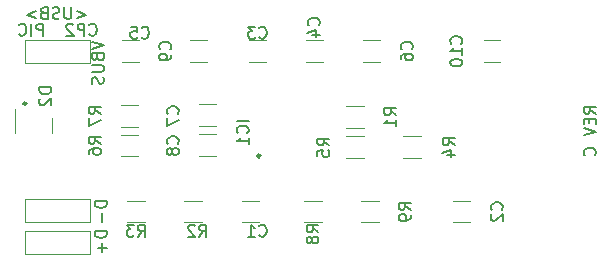
<source format=gbr>
%TF.GenerationSoftware,KiCad,Pcbnew,(6.0.7)*%
%TF.CreationDate,2022-12-19T16:29:32-08:00*%
%TF.ProjectId,Intermediary_revC_4layer,496e7465-726d-4656-9469-6172795f7265,rev?*%
%TF.SameCoordinates,Original*%
%TF.FileFunction,Legend,Bot*%
%TF.FilePolarity,Positive*%
%FSLAX46Y46*%
G04 Gerber Fmt 4.6, Leading zero omitted, Abs format (unit mm)*
G04 Created by KiCad (PCBNEW (6.0.7)) date 2022-12-19 16:29:32*
%MOMM*%
%LPD*%
G01*
G04 APERTURE LIST*
%ADD10C,0.252800*%
%ADD11C,0.150000*%
%ADD12C,0.250000*%
%ADD13C,0.120000*%
G04 APERTURE END LIST*
D10*
X121030400Y-92557600D02*
G75*
G03*
X121030400Y-92557600I-126400J0D01*
G01*
D11*
X127833380Y-103386047D02*
X126833380Y-103386047D01*
X126833380Y-103624142D01*
X126881000Y-103767000D01*
X126976238Y-103862238D01*
X127071476Y-103909857D01*
X127261952Y-103957476D01*
X127404809Y-103957476D01*
X127595285Y-103909857D01*
X127690523Y-103862238D01*
X127785761Y-103767000D01*
X127833380Y-103624142D01*
X127833380Y-103386047D01*
X127452428Y-104386047D02*
X127452428Y-105147952D01*
X127833380Y-104767000D02*
X127071476Y-104767000D01*
X126364666Y-86717142D02*
X126412285Y-86764761D01*
X126555142Y-86812380D01*
X126650380Y-86812380D01*
X126793238Y-86764761D01*
X126888476Y-86669523D01*
X126936095Y-86574285D01*
X126983714Y-86383809D01*
X126983714Y-86240952D01*
X126936095Y-86050476D01*
X126888476Y-85955238D01*
X126793238Y-85860000D01*
X126650380Y-85812380D01*
X126555142Y-85812380D01*
X126412285Y-85860000D01*
X126364666Y-85907619D01*
X125936095Y-86812380D02*
X125936095Y-85812380D01*
X125555142Y-85812380D01*
X125459904Y-85860000D01*
X125412285Y-85907619D01*
X125364666Y-86002857D01*
X125364666Y-86145714D01*
X125412285Y-86240952D01*
X125459904Y-86288571D01*
X125555142Y-86336190D01*
X125936095Y-86336190D01*
X124983714Y-85907619D02*
X124936095Y-85860000D01*
X124840857Y-85812380D01*
X124602761Y-85812380D01*
X124507523Y-85860000D01*
X124459904Y-85907619D01*
X124412285Y-86002857D01*
X124412285Y-86098095D01*
X124459904Y-86240952D01*
X125031333Y-86812380D01*
X124412285Y-86812380D01*
X122459904Y-86812380D02*
X122459904Y-85812380D01*
X122078952Y-85812380D01*
X121983714Y-85860000D01*
X121936095Y-85907619D01*
X121888476Y-86002857D01*
X121888476Y-86145714D01*
X121936095Y-86240952D01*
X121983714Y-86288571D01*
X122078952Y-86336190D01*
X122459904Y-86336190D01*
X121459904Y-86812380D02*
X121459904Y-85812380D01*
X120412285Y-86717142D02*
X120459904Y-86764761D01*
X120602761Y-86812380D01*
X120698000Y-86812380D01*
X120840857Y-86764761D01*
X120936095Y-86669523D01*
X120983714Y-86574285D01*
X121031333Y-86383809D01*
X121031333Y-86240952D01*
X120983714Y-86050476D01*
X120936095Y-85955238D01*
X120840857Y-85860000D01*
X120698000Y-85812380D01*
X120602761Y-85812380D01*
X120459904Y-85860000D01*
X120412285Y-85907619D01*
X125309095Y-84748714D02*
X126071000Y-85034428D01*
X125309095Y-85320142D01*
X124832904Y-84415380D02*
X124832904Y-85224904D01*
X124785285Y-85320142D01*
X124737666Y-85367761D01*
X124642428Y-85415380D01*
X124451952Y-85415380D01*
X124356714Y-85367761D01*
X124309095Y-85320142D01*
X124261476Y-85224904D01*
X124261476Y-84415380D01*
X123832904Y-85367761D02*
X123690047Y-85415380D01*
X123451952Y-85415380D01*
X123356714Y-85367761D01*
X123309095Y-85320142D01*
X123261476Y-85224904D01*
X123261476Y-85129666D01*
X123309095Y-85034428D01*
X123356714Y-84986809D01*
X123451952Y-84939190D01*
X123642428Y-84891571D01*
X123737666Y-84843952D01*
X123785285Y-84796333D01*
X123832904Y-84701095D01*
X123832904Y-84605857D01*
X123785285Y-84510619D01*
X123737666Y-84463000D01*
X123642428Y-84415380D01*
X123404333Y-84415380D01*
X123261476Y-84463000D01*
X122499571Y-84891571D02*
X122356714Y-84939190D01*
X122309095Y-84986809D01*
X122261476Y-85082047D01*
X122261476Y-85224904D01*
X122309095Y-85320142D01*
X122356714Y-85367761D01*
X122451952Y-85415380D01*
X122832904Y-85415380D01*
X122832904Y-84415380D01*
X122499571Y-84415380D01*
X122404333Y-84463000D01*
X122356714Y-84510619D01*
X122309095Y-84605857D01*
X122309095Y-84701095D01*
X122356714Y-84796333D01*
X122404333Y-84843952D01*
X122499571Y-84891571D01*
X122832904Y-84891571D01*
X121832904Y-84748714D02*
X121071000Y-85034428D01*
X121832904Y-85320142D01*
X127833380Y-100846047D02*
X126833380Y-100846047D01*
X126833380Y-101084142D01*
X126881000Y-101227000D01*
X126976238Y-101322238D01*
X127071476Y-101369857D01*
X127261952Y-101417476D01*
X127404809Y-101417476D01*
X127595285Y-101369857D01*
X127690523Y-101322238D01*
X127785761Y-101227000D01*
X127833380Y-101084142D01*
X127833380Y-100846047D01*
X127452428Y-101846047D02*
X127452428Y-102607952D01*
X126579380Y-87320666D02*
X127579380Y-87654000D01*
X126579380Y-87987333D01*
X127055571Y-88654000D02*
X127103190Y-88796857D01*
X127150809Y-88844476D01*
X127246047Y-88892095D01*
X127388904Y-88892095D01*
X127484142Y-88844476D01*
X127531761Y-88796857D01*
X127579380Y-88701619D01*
X127579380Y-88320666D01*
X126579380Y-88320666D01*
X126579380Y-88654000D01*
X126627000Y-88749238D01*
X126674619Y-88796857D01*
X126769857Y-88844476D01*
X126865095Y-88844476D01*
X126960333Y-88796857D01*
X127007952Y-88749238D01*
X127055571Y-88654000D01*
X127055571Y-88320666D01*
X126579380Y-89320666D02*
X127388904Y-89320666D01*
X127484142Y-89368285D01*
X127531761Y-89415904D01*
X127579380Y-89511142D01*
X127579380Y-89701619D01*
X127531761Y-89796857D01*
X127484142Y-89844476D01*
X127388904Y-89892095D01*
X126579380Y-89892095D01*
X127531761Y-90320666D02*
X127579380Y-90463523D01*
X127579380Y-90701619D01*
X127531761Y-90796857D01*
X127484142Y-90844476D01*
X127388904Y-90892095D01*
X127293666Y-90892095D01*
X127198428Y-90844476D01*
X127150809Y-90796857D01*
X127103190Y-90701619D01*
X127055571Y-90511142D01*
X127007952Y-90415904D01*
X126960333Y-90368285D01*
X126865095Y-90320666D01*
X126769857Y-90320666D01*
X126674619Y-90368285D01*
X126627000Y-90415904D01*
X126579380Y-90511142D01*
X126579380Y-90749238D01*
X126627000Y-90892095D01*
X169235380Y-93416619D02*
X168759190Y-93083285D01*
X169235380Y-92845190D02*
X168235380Y-92845190D01*
X168235380Y-93226142D01*
X168283000Y-93321380D01*
X168330619Y-93369000D01*
X168425857Y-93416619D01*
X168568714Y-93416619D01*
X168663952Y-93369000D01*
X168711571Y-93321380D01*
X168759190Y-93226142D01*
X168759190Y-92845190D01*
X168711571Y-93845190D02*
X168711571Y-94178523D01*
X169235380Y-94321380D02*
X169235380Y-93845190D01*
X168235380Y-93845190D01*
X168235380Y-94321380D01*
X168235380Y-94607095D02*
X169235380Y-94940428D01*
X168235380Y-95273761D01*
X169140142Y-96940428D02*
X169187761Y-96892809D01*
X169235380Y-96749952D01*
X169235380Y-96654714D01*
X169187761Y-96511857D01*
X169092523Y-96416619D01*
X168997285Y-96369000D01*
X168806809Y-96321380D01*
X168663952Y-96321380D01*
X168473476Y-96369000D01*
X168378238Y-96416619D01*
X168283000Y-96511857D01*
X168235380Y-96654714D01*
X168235380Y-96749952D01*
X168283000Y-96892809D01*
X168330619Y-96940428D01*
%TO.C,IC1*%
X139851580Y-94019809D02*
X138851580Y-94019809D01*
X139756342Y-95067428D02*
X139803961Y-95019809D01*
X139851580Y-94876952D01*
X139851580Y-94781714D01*
X139803961Y-94638857D01*
X139708723Y-94543619D01*
X139613485Y-94496000D01*
X139423009Y-94448380D01*
X139280152Y-94448380D01*
X139089676Y-94496000D01*
X138994438Y-94543619D01*
X138899200Y-94638857D01*
X138851580Y-94781714D01*
X138851580Y-94876952D01*
X138899200Y-95019809D01*
X138946819Y-95067428D01*
X139851580Y-96019809D02*
X139851580Y-95448380D01*
X139851580Y-95734095D02*
X138851580Y-95734095D01*
X138994438Y-95638857D01*
X139089676Y-95543619D01*
X139137295Y-95448380D01*
%TO.C,R4*%
X157297380Y-96099333D02*
X156821190Y-95766000D01*
X157297380Y-95527904D02*
X156297380Y-95527904D01*
X156297380Y-95908857D01*
X156345000Y-96004095D01*
X156392619Y-96051714D01*
X156487857Y-96099333D01*
X156630714Y-96099333D01*
X156725952Y-96051714D01*
X156773571Y-96004095D01*
X156821190Y-95908857D01*
X156821190Y-95527904D01*
X156630714Y-96956476D02*
X157297380Y-96956476D01*
X156249761Y-96718380D02*
X156964047Y-96480285D01*
X156964047Y-97099333D01*
%TO.C,R1*%
X152344380Y-93559333D02*
X151868190Y-93226000D01*
X152344380Y-92987904D02*
X151344380Y-92987904D01*
X151344380Y-93368857D01*
X151392000Y-93464095D01*
X151439619Y-93511714D01*
X151534857Y-93559333D01*
X151677714Y-93559333D01*
X151772952Y-93511714D01*
X151820571Y-93464095D01*
X151868190Y-93368857D01*
X151868190Y-92987904D01*
X152344380Y-94511714D02*
X152344380Y-93940285D01*
X152344380Y-94226000D02*
X151344380Y-94226000D01*
X151487238Y-94130761D01*
X151582476Y-94035523D01*
X151630095Y-93940285D01*
%TO.C,C4*%
X145772142Y-85939333D02*
X145819761Y-85891714D01*
X145867380Y-85748857D01*
X145867380Y-85653619D01*
X145819761Y-85510761D01*
X145724523Y-85415523D01*
X145629285Y-85367904D01*
X145438809Y-85320285D01*
X145295952Y-85320285D01*
X145105476Y-85367904D01*
X145010238Y-85415523D01*
X144915000Y-85510761D01*
X144867380Y-85653619D01*
X144867380Y-85748857D01*
X144915000Y-85891714D01*
X144962619Y-85939333D01*
X145200714Y-86796476D02*
X145867380Y-86796476D01*
X144819761Y-86558380D02*
X145534047Y-86320285D01*
X145534047Y-86939333D01*
%TO.C,R7*%
X127325380Y-93432333D02*
X126849190Y-93099000D01*
X127325380Y-92860904D02*
X126325380Y-92860904D01*
X126325380Y-93241857D01*
X126373000Y-93337095D01*
X126420619Y-93384714D01*
X126515857Y-93432333D01*
X126658714Y-93432333D01*
X126753952Y-93384714D01*
X126801571Y-93337095D01*
X126849190Y-93241857D01*
X126849190Y-92860904D01*
X126325380Y-93765666D02*
X126325380Y-94432333D01*
X127325380Y-94003761D01*
%TO.C,R8*%
X145755080Y-103465333D02*
X145278890Y-103132000D01*
X145755080Y-102893904D02*
X144755080Y-102893904D01*
X144755080Y-103274857D01*
X144802700Y-103370095D01*
X144850319Y-103417714D01*
X144945557Y-103465333D01*
X145088414Y-103465333D01*
X145183652Y-103417714D01*
X145231271Y-103370095D01*
X145278890Y-103274857D01*
X145278890Y-102893904D01*
X145183652Y-104036761D02*
X145136033Y-103941523D01*
X145088414Y-103893904D01*
X144993176Y-103846285D01*
X144945557Y-103846285D01*
X144850319Y-103893904D01*
X144802700Y-103941523D01*
X144755080Y-104036761D01*
X144755080Y-104227238D01*
X144802700Y-104322476D01*
X144850319Y-104370095D01*
X144945557Y-104417714D01*
X144993176Y-104417714D01*
X145088414Y-104370095D01*
X145136033Y-104322476D01*
X145183652Y-104227238D01*
X145183652Y-104036761D01*
X145231271Y-103941523D01*
X145278890Y-103893904D01*
X145374128Y-103846285D01*
X145564604Y-103846285D01*
X145659842Y-103893904D01*
X145707461Y-103941523D01*
X145755080Y-104036761D01*
X145755080Y-104227238D01*
X145707461Y-104322476D01*
X145659842Y-104370095D01*
X145564604Y-104417714D01*
X145374128Y-104417714D01*
X145278890Y-104370095D01*
X145231271Y-104322476D01*
X145183652Y-104227238D01*
%TO.C,R6*%
X127325380Y-95972333D02*
X126849190Y-95639000D01*
X127325380Y-95400904D02*
X126325380Y-95400904D01*
X126325380Y-95781857D01*
X126373000Y-95877095D01*
X126420619Y-95924714D01*
X126515857Y-95972333D01*
X126658714Y-95972333D01*
X126753952Y-95924714D01*
X126801571Y-95877095D01*
X126849190Y-95781857D01*
X126849190Y-95400904D01*
X126325380Y-96829476D02*
X126325380Y-96639000D01*
X126373000Y-96543761D01*
X126420619Y-96496142D01*
X126563476Y-96400904D01*
X126753952Y-96353285D01*
X127134904Y-96353285D01*
X127230142Y-96400904D01*
X127277761Y-96448523D01*
X127325380Y-96543761D01*
X127325380Y-96734238D01*
X127277761Y-96829476D01*
X127230142Y-96877095D01*
X127134904Y-96924714D01*
X126896809Y-96924714D01*
X126801571Y-96877095D01*
X126753952Y-96829476D01*
X126706333Y-96734238D01*
X126706333Y-96543761D01*
X126753952Y-96448523D01*
X126801571Y-96400904D01*
X126896809Y-96353285D01*
%TO.C,R2*%
X135675666Y-103830380D02*
X136009000Y-103354190D01*
X136247095Y-103830380D02*
X136247095Y-102830380D01*
X135866142Y-102830380D01*
X135770904Y-102878000D01*
X135723285Y-102925619D01*
X135675666Y-103020857D01*
X135675666Y-103163714D01*
X135723285Y-103258952D01*
X135770904Y-103306571D01*
X135866142Y-103354190D01*
X136247095Y-103354190D01*
X135294714Y-102925619D02*
X135247095Y-102878000D01*
X135151857Y-102830380D01*
X134913761Y-102830380D01*
X134818523Y-102878000D01*
X134770904Y-102925619D01*
X134723285Y-103020857D01*
X134723285Y-103116095D01*
X134770904Y-103258952D01*
X135342333Y-103830380D01*
X134723285Y-103830380D01*
%TO.C,D2*%
X123134380Y-91209904D02*
X122134380Y-91209904D01*
X122134380Y-91448000D01*
X122182000Y-91590857D01*
X122277238Y-91686095D01*
X122372476Y-91733714D01*
X122562952Y-91781333D01*
X122705809Y-91781333D01*
X122896285Y-91733714D01*
X122991523Y-91686095D01*
X123086761Y-91590857D01*
X123134380Y-91448000D01*
X123134380Y-91209904D01*
X122229619Y-92162285D02*
X122182000Y-92209904D01*
X122134380Y-92305142D01*
X122134380Y-92543238D01*
X122182000Y-92638476D01*
X122229619Y-92686095D01*
X122324857Y-92733714D01*
X122420095Y-92733714D01*
X122562952Y-92686095D01*
X123134380Y-92114666D01*
X123134380Y-92733714D01*
%TO.C,C8*%
X133834142Y-95972333D02*
X133881761Y-95924714D01*
X133929380Y-95781857D01*
X133929380Y-95686619D01*
X133881761Y-95543761D01*
X133786523Y-95448523D01*
X133691285Y-95400904D01*
X133500809Y-95353285D01*
X133357952Y-95353285D01*
X133167476Y-95400904D01*
X133072238Y-95448523D01*
X132977000Y-95543761D01*
X132929380Y-95686619D01*
X132929380Y-95781857D01*
X132977000Y-95924714D01*
X133024619Y-95972333D01*
X133357952Y-96543761D02*
X133310333Y-96448523D01*
X133262714Y-96400904D01*
X133167476Y-96353285D01*
X133119857Y-96353285D01*
X133024619Y-96400904D01*
X132977000Y-96448523D01*
X132929380Y-96543761D01*
X132929380Y-96734238D01*
X132977000Y-96829476D01*
X133024619Y-96877095D01*
X133119857Y-96924714D01*
X133167476Y-96924714D01*
X133262714Y-96877095D01*
X133310333Y-96829476D01*
X133357952Y-96734238D01*
X133357952Y-96543761D01*
X133405571Y-96448523D01*
X133453190Y-96400904D01*
X133548428Y-96353285D01*
X133738904Y-96353285D01*
X133834142Y-96400904D01*
X133881761Y-96448523D01*
X133929380Y-96543761D01*
X133929380Y-96734238D01*
X133881761Y-96829476D01*
X133834142Y-96877095D01*
X133738904Y-96924714D01*
X133548428Y-96924714D01*
X133453190Y-96877095D01*
X133405571Y-96829476D01*
X133357952Y-96734238D01*
%TO.C,C7*%
X133834142Y-93432333D02*
X133881761Y-93384714D01*
X133929380Y-93241857D01*
X133929380Y-93146619D01*
X133881761Y-93003761D01*
X133786523Y-92908523D01*
X133691285Y-92860904D01*
X133500809Y-92813285D01*
X133357952Y-92813285D01*
X133167476Y-92860904D01*
X133072238Y-92908523D01*
X132977000Y-93003761D01*
X132929380Y-93146619D01*
X132929380Y-93241857D01*
X132977000Y-93384714D01*
X133024619Y-93432333D01*
X132929380Y-93765666D02*
X132929380Y-94432333D01*
X133929380Y-94003761D01*
%TO.C,R5*%
X146680180Y-96124733D02*
X146203990Y-95791400D01*
X146680180Y-95553304D02*
X145680180Y-95553304D01*
X145680180Y-95934257D01*
X145727800Y-96029495D01*
X145775419Y-96077114D01*
X145870657Y-96124733D01*
X146013514Y-96124733D01*
X146108752Y-96077114D01*
X146156371Y-96029495D01*
X146203990Y-95934257D01*
X146203990Y-95553304D01*
X145680180Y-97029495D02*
X145680180Y-96553304D01*
X146156371Y-96505685D01*
X146108752Y-96553304D01*
X146061133Y-96648542D01*
X146061133Y-96886638D01*
X146108752Y-96981876D01*
X146156371Y-97029495D01*
X146251609Y-97077114D01*
X146489704Y-97077114D01*
X146584942Y-97029495D01*
X146632561Y-96981876D01*
X146680180Y-96886638D01*
X146680180Y-96648542D01*
X146632561Y-96553304D01*
X146584942Y-96505685D01*
%TO.C,R9*%
X153563580Y-101560333D02*
X153087390Y-101227000D01*
X153563580Y-100988904D02*
X152563580Y-100988904D01*
X152563580Y-101369857D01*
X152611200Y-101465095D01*
X152658819Y-101512714D01*
X152754057Y-101560333D01*
X152896914Y-101560333D01*
X152992152Y-101512714D01*
X153039771Y-101465095D01*
X153087390Y-101369857D01*
X153087390Y-100988904D01*
X153563580Y-102036523D02*
X153563580Y-102227000D01*
X153515961Y-102322238D01*
X153468342Y-102369857D01*
X153325485Y-102465095D01*
X153135009Y-102512714D01*
X152754057Y-102512714D01*
X152658819Y-102465095D01*
X152611200Y-102417476D01*
X152563580Y-102322238D01*
X152563580Y-102131761D01*
X152611200Y-102036523D01*
X152658819Y-101988904D01*
X152754057Y-101941285D01*
X152992152Y-101941285D01*
X153087390Y-101988904D01*
X153135009Y-102036523D01*
X153182628Y-102131761D01*
X153182628Y-102322238D01*
X153135009Y-102417476D01*
X153087390Y-102465095D01*
X152992152Y-102512714D01*
%TO.C,C2*%
X161266142Y-101560333D02*
X161313761Y-101512714D01*
X161361380Y-101369857D01*
X161361380Y-101274619D01*
X161313761Y-101131761D01*
X161218523Y-101036523D01*
X161123285Y-100988904D01*
X160932809Y-100941285D01*
X160789952Y-100941285D01*
X160599476Y-100988904D01*
X160504238Y-101036523D01*
X160409000Y-101131761D01*
X160361380Y-101274619D01*
X160361380Y-101369857D01*
X160409000Y-101512714D01*
X160456619Y-101560333D01*
X160456619Y-101941285D02*
X160409000Y-101988904D01*
X160361380Y-102084142D01*
X160361380Y-102322238D01*
X160409000Y-102417476D01*
X160456619Y-102465095D01*
X160551857Y-102512714D01*
X160647095Y-102512714D01*
X160789952Y-102465095D01*
X161361380Y-101893666D01*
X161361380Y-102512714D01*
%TO.C,C9*%
X133199142Y-87971333D02*
X133246761Y-87923714D01*
X133294380Y-87780857D01*
X133294380Y-87685619D01*
X133246761Y-87542761D01*
X133151523Y-87447523D01*
X133056285Y-87399904D01*
X132865809Y-87352285D01*
X132722952Y-87352285D01*
X132532476Y-87399904D01*
X132437238Y-87447523D01*
X132342000Y-87542761D01*
X132294380Y-87685619D01*
X132294380Y-87780857D01*
X132342000Y-87923714D01*
X132389619Y-87971333D01*
X133294380Y-88447523D02*
X133294380Y-88638000D01*
X133246761Y-88733238D01*
X133199142Y-88780857D01*
X133056285Y-88876095D01*
X132865809Y-88923714D01*
X132484857Y-88923714D01*
X132389619Y-88876095D01*
X132342000Y-88828476D01*
X132294380Y-88733238D01*
X132294380Y-88542761D01*
X132342000Y-88447523D01*
X132389619Y-88399904D01*
X132484857Y-88352285D01*
X132722952Y-88352285D01*
X132818190Y-88399904D01*
X132865809Y-88447523D01*
X132913428Y-88542761D01*
X132913428Y-88733238D01*
X132865809Y-88828476D01*
X132818190Y-88876095D01*
X132722952Y-88923714D01*
%TO.C,C6*%
X153646142Y-87971333D02*
X153693761Y-87923714D01*
X153741380Y-87780857D01*
X153741380Y-87685619D01*
X153693761Y-87542761D01*
X153598523Y-87447523D01*
X153503285Y-87399904D01*
X153312809Y-87352285D01*
X153169952Y-87352285D01*
X152979476Y-87399904D01*
X152884238Y-87447523D01*
X152789000Y-87542761D01*
X152741380Y-87685619D01*
X152741380Y-87780857D01*
X152789000Y-87923714D01*
X152836619Y-87971333D01*
X152741380Y-88828476D02*
X152741380Y-88638000D01*
X152789000Y-88542761D01*
X152836619Y-88495142D01*
X152979476Y-88399904D01*
X153169952Y-88352285D01*
X153550904Y-88352285D01*
X153646142Y-88399904D01*
X153693761Y-88447523D01*
X153741380Y-88542761D01*
X153741380Y-88733238D01*
X153693761Y-88828476D01*
X153646142Y-88876095D01*
X153550904Y-88923714D01*
X153312809Y-88923714D01*
X153217571Y-88876095D01*
X153169952Y-88828476D01*
X153122333Y-88733238D01*
X153122333Y-88542761D01*
X153169952Y-88447523D01*
X153217571Y-88399904D01*
X153312809Y-88352285D01*
%TO.C,C3*%
X140755666Y-86971142D02*
X140803285Y-87018761D01*
X140946142Y-87066380D01*
X141041380Y-87066380D01*
X141184238Y-87018761D01*
X141279476Y-86923523D01*
X141327095Y-86828285D01*
X141374714Y-86637809D01*
X141374714Y-86494952D01*
X141327095Y-86304476D01*
X141279476Y-86209238D01*
X141184238Y-86114000D01*
X141041380Y-86066380D01*
X140946142Y-86066380D01*
X140803285Y-86114000D01*
X140755666Y-86161619D01*
X140422333Y-86066380D02*
X139803285Y-86066380D01*
X140136619Y-86447333D01*
X139993761Y-86447333D01*
X139898523Y-86494952D01*
X139850904Y-86542571D01*
X139803285Y-86637809D01*
X139803285Y-86875904D01*
X139850904Y-86971142D01*
X139898523Y-87018761D01*
X139993761Y-87066380D01*
X140279476Y-87066380D01*
X140374714Y-87018761D01*
X140422333Y-86971142D01*
%TO.C,R3*%
X130468666Y-103830380D02*
X130802000Y-103354190D01*
X131040095Y-103830380D02*
X131040095Y-102830380D01*
X130659142Y-102830380D01*
X130563904Y-102878000D01*
X130516285Y-102925619D01*
X130468666Y-103020857D01*
X130468666Y-103163714D01*
X130516285Y-103258952D01*
X130563904Y-103306571D01*
X130659142Y-103354190D01*
X131040095Y-103354190D01*
X130135333Y-102830380D02*
X129516285Y-102830380D01*
X129849619Y-103211333D01*
X129706761Y-103211333D01*
X129611523Y-103258952D01*
X129563904Y-103306571D01*
X129516285Y-103401809D01*
X129516285Y-103639904D01*
X129563904Y-103735142D01*
X129611523Y-103782761D01*
X129706761Y-103830380D01*
X129992476Y-103830380D01*
X130087714Y-103782761D01*
X130135333Y-103735142D01*
%TO.C,C1*%
X140755666Y-103735142D02*
X140803285Y-103782761D01*
X140946142Y-103830380D01*
X141041380Y-103830380D01*
X141184238Y-103782761D01*
X141279476Y-103687523D01*
X141327095Y-103592285D01*
X141374714Y-103401809D01*
X141374714Y-103258952D01*
X141327095Y-103068476D01*
X141279476Y-102973238D01*
X141184238Y-102878000D01*
X141041380Y-102830380D01*
X140946142Y-102830380D01*
X140803285Y-102878000D01*
X140755666Y-102925619D01*
X139803285Y-103830380D02*
X140374714Y-103830380D01*
X140089000Y-103830380D02*
X140089000Y-102830380D01*
X140184238Y-102973238D01*
X140279476Y-103068476D01*
X140374714Y-103116095D01*
%TO.C,C10*%
X157837142Y-87495142D02*
X157884761Y-87447523D01*
X157932380Y-87304666D01*
X157932380Y-87209428D01*
X157884761Y-87066571D01*
X157789523Y-86971333D01*
X157694285Y-86923714D01*
X157503809Y-86876095D01*
X157360952Y-86876095D01*
X157170476Y-86923714D01*
X157075238Y-86971333D01*
X156980000Y-87066571D01*
X156932380Y-87209428D01*
X156932380Y-87304666D01*
X156980000Y-87447523D01*
X157027619Y-87495142D01*
X157932380Y-88447523D02*
X157932380Y-87876095D01*
X157932380Y-88161809D02*
X156932380Y-88161809D01*
X157075238Y-88066571D01*
X157170476Y-87971333D01*
X157218095Y-87876095D01*
X156932380Y-89066571D02*
X156932380Y-89161809D01*
X156980000Y-89257047D01*
X157027619Y-89304666D01*
X157122857Y-89352285D01*
X157313333Y-89399904D01*
X157551428Y-89399904D01*
X157741904Y-89352285D01*
X157837142Y-89304666D01*
X157884761Y-89257047D01*
X157932380Y-89161809D01*
X157932380Y-89066571D01*
X157884761Y-88971333D01*
X157837142Y-88923714D01*
X157741904Y-88876095D01*
X157551428Y-88828476D01*
X157313333Y-88828476D01*
X157122857Y-88876095D01*
X157027619Y-88923714D01*
X156980000Y-88971333D01*
X156932380Y-89066571D01*
%TO.C,C5*%
X130798466Y-86971142D02*
X130846085Y-87018761D01*
X130988942Y-87066380D01*
X131084180Y-87066380D01*
X131227038Y-87018761D01*
X131322276Y-86923523D01*
X131369895Y-86828285D01*
X131417514Y-86637809D01*
X131417514Y-86494952D01*
X131369895Y-86304476D01*
X131322276Y-86209238D01*
X131227038Y-86114000D01*
X131084180Y-86066380D01*
X130988942Y-86066380D01*
X130846085Y-86114000D01*
X130798466Y-86161619D01*
X129893704Y-86066380D02*
X130369895Y-86066380D01*
X130417514Y-86542571D01*
X130369895Y-86494952D01*
X130274657Y-86447333D01*
X130036561Y-86447333D01*
X129941323Y-86494952D01*
X129893704Y-86542571D01*
X129846085Y-86637809D01*
X129846085Y-86875904D01*
X129893704Y-86971142D01*
X129941323Y-87018761D01*
X130036561Y-87066380D01*
X130274657Y-87066380D01*
X130369895Y-87018761D01*
X130417514Y-86971142D01*
D12*
%TO.C,IC1*%
X140832200Y-96996000D02*
G75*
G03*
X140832200Y-96996000I-125000J0D01*
G01*
D13*
%TO.C,R4*%
X154411764Y-95356000D02*
X152957636Y-95356000D01*
X154411764Y-97176000D02*
X152957636Y-97176000D01*
%TO.C,R1*%
X149585764Y-92816000D02*
X148131636Y-92816000D01*
X149585764Y-94636000D02*
X148131636Y-94636000D01*
%TO.C,C4*%
X144705948Y-89048000D02*
X146128452Y-89048000D01*
X144705948Y-87228000D02*
X146128452Y-87228000D01*
%TO.C,R7*%
X129030836Y-94534400D02*
X130484964Y-94534400D01*
X129030836Y-92714400D02*
X130484964Y-92714400D01*
%TO.C,R8*%
X146029764Y-102637000D02*
X144575636Y-102637000D01*
X146029764Y-100817000D02*
X144575636Y-100817000D01*
%TO.C,R6*%
X129030836Y-97023600D02*
X130484964Y-97023600D01*
X129030836Y-95203600D02*
X130484964Y-95203600D01*
%TO.C,R2*%
X135869764Y-100817000D02*
X134415636Y-100817000D01*
X135869764Y-102637000D02*
X134415636Y-102637000D01*
%TO.C,D2*%
X123214000Y-93771200D02*
X123214000Y-95071200D01*
X120094000Y-95071200D02*
X120094000Y-93071200D01*
%TO.C,JP2*%
X120948000Y-103367800D02*
X120948000Y-105317800D01*
X120948000Y-105317800D02*
X126448000Y-105317800D01*
X126448000Y-105317800D02*
X126448000Y-103367800D01*
X126448000Y-103367800D02*
X120948000Y-103367800D01*
%TO.C,C8*%
X137109252Y-96998200D02*
X135686748Y-96998200D01*
X137109252Y-95178200D02*
X135686748Y-95178200D01*
%TO.C,C7*%
X137109252Y-94458200D02*
X135686748Y-94458200D01*
X137109252Y-92638200D02*
X135686748Y-92638200D01*
%TO.C,R5*%
X149581764Y-97176000D02*
X148127636Y-97176000D01*
X149581764Y-95356000D02*
X148127636Y-95356000D01*
%TO.C,JP3*%
X126448000Y-102625400D02*
X126448000Y-100675400D01*
X120948000Y-100675400D02*
X120948000Y-102625400D01*
X126448000Y-100675400D02*
X120948000Y-100675400D01*
X120948000Y-102625400D02*
X126448000Y-102625400D01*
%TO.C,R9*%
X149397636Y-102637000D02*
X150851764Y-102637000D01*
X149397636Y-100817000D02*
X150851764Y-100817000D01*
%TO.C,C2*%
X157151948Y-100817000D02*
X158574452Y-100817000D01*
X157151948Y-102637000D02*
X158574452Y-102637000D01*
%TO.C,C9*%
X136347252Y-89048000D02*
X134924748Y-89048000D01*
X136347252Y-87228000D02*
X134924748Y-87228000D01*
%TO.C,C6*%
X149560948Y-89048000D02*
X150983452Y-89048000D01*
X149560948Y-87228000D02*
X150983452Y-87228000D01*
%TO.C,C3*%
X141302452Y-89048000D02*
X139879948Y-89048000D01*
X141302452Y-87228000D02*
X139879948Y-87228000D01*
%TO.C,R3*%
X131047764Y-100817000D02*
X129593636Y-100817000D01*
X131047764Y-102637000D02*
X129593636Y-102637000D01*
%TO.C,JP1*%
X126391000Y-89138000D02*
X126391000Y-87188000D01*
X126391000Y-87188000D02*
X120891000Y-87188000D01*
X120891000Y-89138000D02*
X126391000Y-89138000D01*
X120891000Y-87188000D02*
X120891000Y-89138000D01*
%TO.C,C1*%
X139273948Y-100817000D02*
X140696452Y-100817000D01*
X139273948Y-102637000D02*
X140696452Y-102637000D01*
%TO.C,C10*%
X161161252Y-87228000D02*
X159738748Y-87228000D01*
X161161252Y-89048000D02*
X159738748Y-89048000D01*
%TO.C,C5*%
X129160748Y-89048000D02*
X130583252Y-89048000D01*
X129160748Y-87228000D02*
X130583252Y-87228000D01*
%TD*%
M02*

</source>
